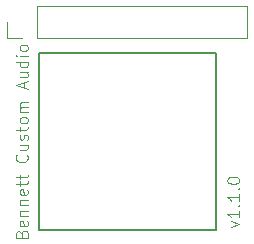
<source format=gbr>
%TF.GenerationSoftware,KiCad,Pcbnew,(5.1.10)-1*%
%TF.CreationDate,2022-07-06T12:29:18-02:30*%
%TF.ProjectId,footSwitchBoard,666f6f74-5377-4697-9463-68426f617264,rev?*%
%TF.SameCoordinates,Original*%
%TF.FileFunction,Legend,Top*%
%TF.FilePolarity,Positive*%
%FSLAX46Y46*%
G04 Gerber Fmt 4.6, Leading zero omitted, Abs format (unit mm)*
G04 Created by KiCad (PCBNEW (5.1.10)-1) date 2022-07-06 12:29:18*
%MOMM*%
%LPD*%
G01*
G04 APERTURE LIST*
%ADD10C,0.100000*%
%ADD11C,0.120000*%
%ADD12C,0.150000*%
G04 APERTURE END LIST*
D10*
X154785714Y-87742857D02*
X155452380Y-87504761D01*
X154785714Y-87266666D01*
X155452380Y-86361904D02*
X155452380Y-86933333D01*
X155452380Y-86647619D02*
X154452380Y-86647619D01*
X154595238Y-86742857D01*
X154690476Y-86838095D01*
X154738095Y-86933333D01*
X155357142Y-85933333D02*
X155404761Y-85885714D01*
X155452380Y-85933333D01*
X155404761Y-85980952D01*
X155357142Y-85933333D01*
X155452380Y-85933333D01*
X155452380Y-84933333D02*
X155452380Y-85504761D01*
X155452380Y-85219047D02*
X154452380Y-85219047D01*
X154595238Y-85314285D01*
X154690476Y-85409523D01*
X154738095Y-85504761D01*
X155357142Y-84504761D02*
X155404761Y-84457142D01*
X155452380Y-84504761D01*
X155404761Y-84552380D01*
X155357142Y-84504761D01*
X155452380Y-84504761D01*
X154452380Y-83838095D02*
X154452380Y-83742857D01*
X154500000Y-83647619D01*
X154547619Y-83600000D01*
X154642857Y-83552380D01*
X154833333Y-83504761D01*
X155071428Y-83504761D01*
X155261904Y-83552380D01*
X155357142Y-83600000D01*
X155404761Y-83647619D01*
X155452380Y-83742857D01*
X155452380Y-83838095D01*
X155404761Y-83933333D01*
X155357142Y-83980952D01*
X155261904Y-84028571D01*
X155071428Y-84076190D01*
X154833333Y-84076190D01*
X154642857Y-84028571D01*
X154547619Y-83980952D01*
X154500000Y-83933333D01*
X154452380Y-83838095D01*
X137028571Y-88309523D02*
X137076190Y-88166666D01*
X137123809Y-88119047D01*
X137219047Y-88071428D01*
X137361904Y-88071428D01*
X137457142Y-88119047D01*
X137504761Y-88166666D01*
X137552380Y-88261904D01*
X137552380Y-88642857D01*
X136552380Y-88642857D01*
X136552380Y-88309523D01*
X136600000Y-88214285D01*
X136647619Y-88166666D01*
X136742857Y-88119047D01*
X136838095Y-88119047D01*
X136933333Y-88166666D01*
X136980952Y-88214285D01*
X137028571Y-88309523D01*
X137028571Y-88642857D01*
X137504761Y-87261904D02*
X137552380Y-87357142D01*
X137552380Y-87547619D01*
X137504761Y-87642857D01*
X137409523Y-87690476D01*
X137028571Y-87690476D01*
X136933333Y-87642857D01*
X136885714Y-87547619D01*
X136885714Y-87357142D01*
X136933333Y-87261904D01*
X137028571Y-87214285D01*
X137123809Y-87214285D01*
X137219047Y-87690476D01*
X136885714Y-86785714D02*
X137552380Y-86785714D01*
X136980952Y-86785714D02*
X136933333Y-86738095D01*
X136885714Y-86642857D01*
X136885714Y-86500000D01*
X136933333Y-86404761D01*
X137028571Y-86357142D01*
X137552380Y-86357142D01*
X136885714Y-85880952D02*
X137552380Y-85880952D01*
X136980952Y-85880952D02*
X136933333Y-85833333D01*
X136885714Y-85738095D01*
X136885714Y-85595238D01*
X136933333Y-85500000D01*
X137028571Y-85452380D01*
X137552380Y-85452380D01*
X137504761Y-84595238D02*
X137552380Y-84690476D01*
X137552380Y-84880952D01*
X137504761Y-84976190D01*
X137409523Y-85023809D01*
X137028571Y-85023809D01*
X136933333Y-84976190D01*
X136885714Y-84880952D01*
X136885714Y-84690476D01*
X136933333Y-84595238D01*
X137028571Y-84547619D01*
X137123809Y-84547619D01*
X137219047Y-85023809D01*
X136885714Y-84261904D02*
X136885714Y-83880952D01*
X136552380Y-84119047D02*
X137409523Y-84119047D01*
X137504761Y-84071428D01*
X137552380Y-83976190D01*
X137552380Y-83880952D01*
X136885714Y-83690476D02*
X136885714Y-83309523D01*
X136552380Y-83547619D02*
X137409523Y-83547619D01*
X137504761Y-83500000D01*
X137552380Y-83404761D01*
X137552380Y-83309523D01*
X137457142Y-81642857D02*
X137504761Y-81690476D01*
X137552380Y-81833333D01*
X137552380Y-81928571D01*
X137504761Y-82071428D01*
X137409523Y-82166666D01*
X137314285Y-82214285D01*
X137123809Y-82261904D01*
X136980952Y-82261904D01*
X136790476Y-82214285D01*
X136695238Y-82166666D01*
X136600000Y-82071428D01*
X136552380Y-81928571D01*
X136552380Y-81833333D01*
X136600000Y-81690476D01*
X136647619Y-81642857D01*
X136885714Y-80785714D02*
X137552380Y-80785714D01*
X136885714Y-81214285D02*
X137409523Y-81214285D01*
X137504761Y-81166666D01*
X137552380Y-81071428D01*
X137552380Y-80928571D01*
X137504761Y-80833333D01*
X137457142Y-80785714D01*
X137504761Y-80357142D02*
X137552380Y-80261904D01*
X137552380Y-80071428D01*
X137504761Y-79976190D01*
X137409523Y-79928571D01*
X137361904Y-79928571D01*
X137266666Y-79976190D01*
X137219047Y-80071428D01*
X137219047Y-80214285D01*
X137171428Y-80309523D01*
X137076190Y-80357142D01*
X137028571Y-80357142D01*
X136933333Y-80309523D01*
X136885714Y-80214285D01*
X136885714Y-80071428D01*
X136933333Y-79976190D01*
X136885714Y-79642857D02*
X136885714Y-79261904D01*
X136552380Y-79500000D02*
X137409523Y-79500000D01*
X137504761Y-79452380D01*
X137552380Y-79357142D01*
X137552380Y-79261904D01*
X137552380Y-78785714D02*
X137504761Y-78880952D01*
X137457142Y-78928571D01*
X137361904Y-78976190D01*
X137076190Y-78976190D01*
X136980952Y-78928571D01*
X136933333Y-78880952D01*
X136885714Y-78785714D01*
X136885714Y-78642857D01*
X136933333Y-78547619D01*
X136980952Y-78500000D01*
X137076190Y-78452380D01*
X137361904Y-78452380D01*
X137457142Y-78500000D01*
X137504761Y-78547619D01*
X137552380Y-78642857D01*
X137552380Y-78785714D01*
X137552380Y-78023809D02*
X136885714Y-78023809D01*
X136980952Y-78023809D02*
X136933333Y-77976190D01*
X136885714Y-77880952D01*
X136885714Y-77738095D01*
X136933333Y-77642857D01*
X137028571Y-77595238D01*
X137552380Y-77595238D01*
X137028571Y-77595238D02*
X136933333Y-77547619D01*
X136885714Y-77452380D01*
X136885714Y-77309523D01*
X136933333Y-77214285D01*
X137028571Y-77166666D01*
X137552380Y-77166666D01*
X137266666Y-75976190D02*
X137266666Y-75500000D01*
X137552380Y-76071428D02*
X136552380Y-75738095D01*
X137552380Y-75404761D01*
X136885714Y-74642857D02*
X137552380Y-74642857D01*
X136885714Y-75071428D02*
X137409523Y-75071428D01*
X137504761Y-75023809D01*
X137552380Y-74928571D01*
X137552380Y-74785714D01*
X137504761Y-74690476D01*
X137457142Y-74642857D01*
X137552380Y-73738095D02*
X136552380Y-73738095D01*
X137504761Y-73738095D02*
X137552380Y-73833333D01*
X137552380Y-74023809D01*
X137504761Y-74119047D01*
X137457142Y-74166666D01*
X137361904Y-74214285D01*
X137076190Y-74214285D01*
X136980952Y-74166666D01*
X136933333Y-74119047D01*
X136885714Y-74023809D01*
X136885714Y-73833333D01*
X136933333Y-73738095D01*
X137552380Y-73261904D02*
X136885714Y-73261904D01*
X136552380Y-73261904D02*
X136600000Y-73309523D01*
X136647619Y-73261904D01*
X136600000Y-73214285D01*
X136552380Y-73261904D01*
X136647619Y-73261904D01*
X137552380Y-72642857D02*
X137504761Y-72738095D01*
X137457142Y-72785714D01*
X137361904Y-72833333D01*
X137076190Y-72833333D01*
X136980952Y-72785714D01*
X136933333Y-72738095D01*
X136885714Y-72642857D01*
X136885714Y-72500000D01*
X136933333Y-72404761D01*
X136980952Y-72357142D01*
X137076190Y-72309523D01*
X137361904Y-72309523D01*
X137457142Y-72357142D01*
X137504761Y-72404761D01*
X137552380Y-72500000D01*
X137552380Y-72642857D01*
D11*
%TO.C,J1*%
X137110000Y-71730000D02*
X135780000Y-71730000D01*
X156160000Y-71725000D02*
X156160000Y-69075000D01*
X138380000Y-69070000D02*
X156160000Y-69075000D01*
X138380000Y-71730000D02*
X156160000Y-71725000D01*
X135780000Y-71730000D02*
X135780000Y-70400000D01*
X138380000Y-71730000D02*
X138380000Y-69070000D01*
D12*
%TO.C,SW1*%
X138500000Y-73000000D02*
X153500000Y-73000000D01*
X153500000Y-73000000D02*
X153500000Y-88000000D01*
X153500000Y-88000000D02*
X138500000Y-88000000D01*
X138500000Y-88000000D02*
X138500000Y-73000000D01*
%TD*%
M02*

</source>
